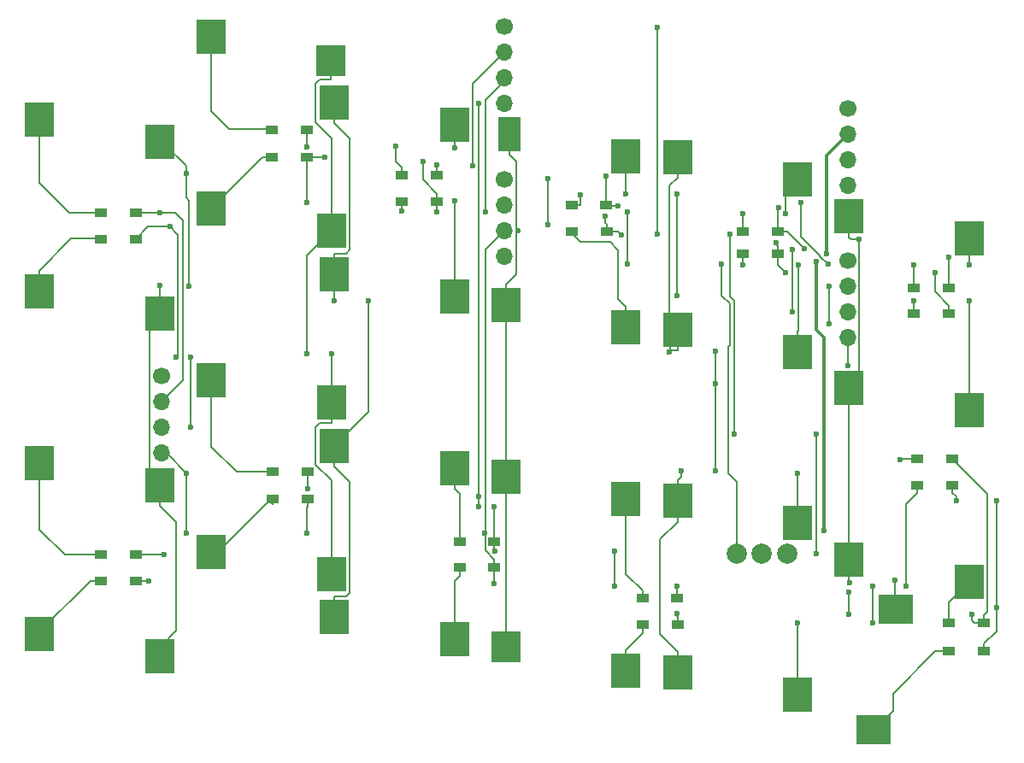
<source format=gbr>
G04 #@! TF.GenerationSoftware,KiCad,Pcbnew,9.0.0*
G04 #@! TF.CreationDate,2025-03-30T21:57:13+09:00*
G04 #@! TF.ProjectId,nofy,6e6f6679-2e6b-4696-9361-645f70636258,rev?*
G04 #@! TF.SameCoordinates,Original*
G04 #@! TF.FileFunction,Copper,L2,Bot*
G04 #@! TF.FilePolarity,Positive*
%FSLAX46Y46*%
G04 Gerber Fmt 4.6, Leading zero omitted, Abs format (unit mm)*
G04 Created by KiCad (PCBNEW 9.0.0) date 2025-03-30 21:57:13*
%MOMM*%
%LPD*%
G01*
G04 APERTURE LIST*
G04 #@! TA.AperFunction,SMDPad,CuDef*
%ADD10R,3.500000X3.000000*%
G04 #@! TD*
G04 #@! TA.AperFunction,SMDPad,CuDef*
%ADD11R,1.200000X0.950000*%
G04 #@! TD*
G04 #@! TA.AperFunction,SMDPad,CuDef*
%ADD12R,3.000000X3.500000*%
G04 #@! TD*
G04 #@! TA.AperFunction,ComponentPad*
%ADD13C,1.700000*%
G04 #@! TD*
G04 #@! TA.AperFunction,ComponentPad*
%ADD14O,1.700000X1.700000*%
G04 #@! TD*
G04 #@! TA.AperFunction,SMDPad,CuDef*
%ADD15R,3.000000X3.150000*%
G04 #@! TD*
G04 #@! TA.AperFunction,SMDPad,CuDef*
%ADD16R,2.300000X3.500000*%
G04 #@! TD*
G04 #@! TA.AperFunction,SMDPad,CuDef*
%ADD17R,2.950000X3.150000*%
G04 #@! TD*
G04 #@! TA.AperFunction,ComponentPad*
%ADD18C,2.000000*%
G04 #@! TD*
G04 #@! TA.AperFunction,ViaPad*
%ADD19C,0.600000*%
G04 #@! TD*
G04 #@! TA.AperFunction,Conductor*
%ADD20C,0.200000*%
G04 #@! TD*
G04 #@! TA.AperFunction,Conductor*
%ADD21C,0.350000*%
G04 #@! TD*
G04 APERTURE END LIST*
D10*
X106100000Y-80950000D03*
X103900000Y-92850000D03*
D11*
X94399975Y-43500000D03*
X90949975Y-43500000D03*
X47749975Y-36100000D03*
X44299975Y-36100000D03*
X94396875Y-45700000D03*
X90946875Y-45700000D03*
X66299975Y-76800000D03*
X62849975Y-76800000D03*
X30773475Y-78125000D03*
X27323475Y-78125000D03*
D12*
X33150000Y-68600000D03*
X21250000Y-66400000D03*
X33150000Y-85600000D03*
X21250000Y-83400000D03*
X101450000Y-76000000D03*
X113350000Y-78200000D03*
X101450000Y-59000000D03*
X113350000Y-61200000D03*
D11*
X111673475Y-66000000D03*
X108223475Y-66000000D03*
X30773475Y-75525000D03*
X27323475Y-75525000D03*
D13*
X67300000Y-23160000D03*
D14*
X67300000Y-25700000D03*
X67300000Y-28240000D03*
X67300000Y-30780000D03*
D12*
X50450000Y-64700000D03*
X62350000Y-66900000D03*
D11*
X114799975Y-85100000D03*
X111349975Y-85100000D03*
D12*
X50150000Y-77400000D03*
X38250000Y-75200000D03*
D13*
X101300000Y-46360000D03*
D14*
X101300000Y-48900000D03*
X101300000Y-51440000D03*
X101300000Y-53980000D03*
D11*
X47773475Y-67300000D03*
X44323475Y-67300000D03*
D12*
X67450000Y-67800000D03*
X79350000Y-70000000D03*
D11*
X111326575Y-51600000D03*
X107876575Y-51600000D03*
X30773475Y-44225000D03*
X27323475Y-44225000D03*
X60599975Y-40500000D03*
X57149975Y-40500000D03*
D12*
X84450000Y-87200000D03*
X96350000Y-89400000D03*
X84450000Y-36100000D03*
X96350000Y-38300000D03*
D11*
X66299975Y-74200000D03*
X62849975Y-74200000D03*
D12*
X84450000Y-53200000D03*
X96350000Y-55400000D03*
D11*
X84446575Y-82410000D03*
X80996575Y-82410000D03*
X84419975Y-79810000D03*
X80969975Y-79810000D03*
D12*
X84450000Y-70200000D03*
X96350000Y-72400000D03*
X50450000Y-47700000D03*
X62350000Y-49900000D03*
X101450000Y-42000000D03*
X113350000Y-44200000D03*
D11*
X30773475Y-41625000D03*
X27323475Y-41625000D03*
D12*
X50450000Y-81700000D03*
X62350000Y-83900000D03*
D11*
X77426575Y-43500000D03*
X73976575Y-43500000D03*
X47773475Y-70000000D03*
X44323475Y-70000000D03*
X47749975Y-33400000D03*
X44299975Y-33400000D03*
X114773475Y-82300000D03*
X111323475Y-82300000D03*
D12*
X50150000Y-60400000D03*
X38250000Y-58200000D03*
D15*
X67450000Y-84625000D03*
D12*
X79350000Y-87000000D03*
D11*
X111673475Y-68600000D03*
X108223475Y-68600000D03*
X77399975Y-40900000D03*
X73949975Y-40900000D03*
D12*
X67450000Y-50800000D03*
X79350000Y-53000000D03*
D11*
X60599975Y-37900000D03*
X57149975Y-37900000D03*
X111299975Y-49100000D03*
X107849975Y-49100000D03*
D16*
X67800000Y-33800000D03*
D12*
X79350000Y-36000000D03*
X33150000Y-34600000D03*
X21250000Y-32400000D03*
D13*
X33315000Y-57805000D03*
D14*
X33315000Y-60345000D03*
X33315000Y-62885000D03*
X33315000Y-65425000D03*
D12*
X50450000Y-30700000D03*
X62350000Y-32900000D03*
D17*
X50125000Y-26575000D03*
D12*
X38250000Y-24200000D03*
D13*
X101315000Y-31305000D03*
D14*
X101315000Y-33845000D03*
X101315000Y-36385000D03*
X101315000Y-38925000D03*
D12*
X33150000Y-51600000D03*
X21250000Y-49400000D03*
X50150000Y-43400000D03*
X38250000Y-41200000D03*
D13*
X67300000Y-38305000D03*
D14*
X67300000Y-40845000D03*
X67300000Y-43385000D03*
X67300000Y-45925000D03*
D18*
X90300000Y-75400000D03*
X95300000Y-75400000D03*
X92800000Y-75400000D03*
D19*
X90950000Y-41747700D03*
X95121200Y-41747700D03*
X90946900Y-46767000D03*
X96400900Y-46767000D03*
X96350000Y-67472800D03*
X106450000Y-66100000D03*
X84378500Y-39787700D03*
X84378500Y-49860300D03*
X36083900Y-48900000D03*
X96679700Y-40573300D03*
X33150000Y-48850000D03*
X99342900Y-46739700D03*
X35750000Y-37750000D03*
X99486700Y-52662300D03*
X99486700Y-48900000D03*
X50150000Y-55624400D03*
X47718400Y-55624400D03*
X62350000Y-35158800D03*
X56559200Y-35053300D03*
X57161100Y-41478100D03*
X62350000Y-40427600D03*
X50450000Y-50315600D03*
X53808800Y-50315600D03*
X74851700Y-39878900D03*
X79350000Y-39724300D03*
X95788300Y-45241000D03*
X95788300Y-51440000D03*
X68654600Y-43390200D03*
X59214100Y-36584300D03*
X36229700Y-55905900D03*
X77310100Y-41996700D03*
X95181200Y-47536600D03*
X60600000Y-41573800D03*
X109931900Y-47536600D03*
X34168900Y-43022500D03*
X49550000Y-36100000D03*
X34798200Y-55905900D03*
X36229700Y-62885000D03*
X34168900Y-43022500D03*
X47750000Y-40640700D03*
X65397200Y-41573800D03*
X94225100Y-44558000D03*
X78893300Y-43806600D03*
X84424400Y-81368600D03*
X116031800Y-80779500D03*
X116031800Y-70146200D03*
X66300000Y-78395700D03*
X112067400Y-70146200D03*
X65317500Y-73397000D03*
X47718400Y-73397000D03*
X32050000Y-78150000D03*
X78226600Y-78587600D03*
X33600000Y-75500000D03*
X35829600Y-67472800D03*
X78226600Y-75178900D03*
X47773500Y-69006700D03*
X84411100Y-78587600D03*
X64781200Y-69693400D03*
X101407000Y-81431400D03*
X64781200Y-70733000D03*
X64781200Y-30780000D03*
X66366100Y-75178900D03*
X66300000Y-70733000D03*
X113612000Y-81431400D03*
X35829600Y-73400000D03*
X101407000Y-79259800D03*
X94446200Y-41145900D03*
X60570300Y-36897900D03*
X96985900Y-45184200D03*
X64151700Y-36950000D03*
X77323300Y-38009600D03*
X33150000Y-41650000D03*
X111300000Y-46011000D03*
X47750000Y-35114300D03*
X78518400Y-40966600D03*
X98155000Y-46423500D03*
X99170900Y-45716900D03*
X98927800Y-73083000D03*
X103791600Y-82283300D03*
X96350000Y-82283300D03*
X107090500Y-78645100D03*
X103791600Y-78645100D03*
X107850000Y-46754100D03*
X113350000Y-46754100D03*
X113350000Y-50350000D03*
X107876600Y-50350000D03*
X79509900Y-41568300D03*
X79509900Y-46738100D03*
X88775400Y-46738100D03*
X82453200Y-43760000D03*
X82453200Y-23271100D03*
X98216300Y-63564800D03*
X89649600Y-43760000D03*
X98216300Y-75400000D03*
X90067600Y-63564800D03*
X71580000Y-42788500D03*
X105942000Y-78015300D03*
X71580000Y-38273700D03*
X102461800Y-44258600D03*
X101519200Y-78255700D03*
X101300000Y-56743200D03*
X88191600Y-58586500D03*
X84822300Y-67220900D03*
X88191600Y-67220900D03*
X88191600Y-55357300D03*
X83608700Y-55455100D03*
D20*
X95121200Y-39528800D02*
X95121200Y-41747700D01*
X90950000Y-43500000D02*
X90950000Y-41747700D01*
X96350000Y-38300000D02*
X95121200Y-39528800D01*
X96400900Y-53297400D02*
X96400900Y-46767000D01*
X96350000Y-55400000D02*
X96350000Y-53348300D01*
X90946900Y-45700000D02*
X90946900Y-46767000D01*
X96350000Y-53348300D02*
X96400900Y-53297400D01*
X108223500Y-66000000D02*
X106550000Y-66000000D01*
X96350000Y-72400000D02*
X96350000Y-67472800D01*
X106550000Y-66000000D02*
X106450000Y-66100000D01*
X84378500Y-39787700D02*
X84378500Y-49860300D01*
X21250000Y-32400000D02*
X21250000Y-38650000D01*
X21250000Y-38650000D02*
X24225000Y-41625000D01*
X24225000Y-41625000D02*
X27323500Y-41625000D01*
X32157800Y-52592200D02*
X32157800Y-67607800D01*
X33150000Y-70651700D02*
X33150000Y-68600000D01*
X96679700Y-43967500D02*
X98569200Y-45857000D01*
X36083900Y-40413600D02*
X35750000Y-40079700D01*
X96679700Y-40573300D02*
X96679700Y-43967500D01*
X34815100Y-83034900D02*
X34815100Y-72316800D01*
X35750000Y-37000000D02*
X33350000Y-34600000D01*
X33150000Y-51600000D02*
X32157800Y-52592200D01*
X98569200Y-45857000D02*
X98569200Y-45966000D01*
X35750000Y-37750000D02*
X35750000Y-37000000D01*
X98569200Y-45966000D02*
X99342900Y-46739700D01*
X34815100Y-72316800D02*
X33150000Y-70651700D01*
X33150000Y-85600000D02*
X33150000Y-84700000D01*
X33350000Y-34600000D02*
X33150000Y-34600000D01*
X36083900Y-48900000D02*
X36083900Y-40413600D01*
X32157800Y-67607800D02*
X33150000Y-68600000D01*
X33150000Y-48850000D02*
X33150000Y-51600000D01*
X35750000Y-40079700D02*
X35750000Y-37750000D01*
X33150000Y-84700000D02*
X34815100Y-83034900D01*
X24398300Y-44200000D02*
X21250000Y-47348300D01*
X27323500Y-44200000D02*
X24398300Y-44200000D01*
X21250000Y-47348300D02*
X21250000Y-49400000D01*
X27323500Y-44225000D02*
X27323500Y-44200000D01*
X21250000Y-66400000D02*
X21250000Y-73039000D01*
X23736000Y-75525000D02*
X27323500Y-75525000D01*
X21250000Y-73039000D02*
X23736000Y-75525000D01*
X27323500Y-78125000D02*
X27323500Y-78100000D01*
X21250000Y-83150000D02*
X21250000Y-83400000D01*
X27323500Y-78100000D02*
X26300000Y-78100000D01*
X26300000Y-78100000D02*
X21250000Y-83150000D01*
X44250000Y-33350000D02*
X40050000Y-33350000D01*
X44300000Y-33400000D02*
X44250000Y-33350000D01*
X40050000Y-33350000D02*
X38250000Y-31550000D01*
X38250000Y-31550000D02*
X38250000Y-24200000D01*
X43350000Y-36100000D02*
X44300000Y-36100000D01*
X38250000Y-41200000D02*
X43350000Y-36100000D01*
X47718400Y-45831600D02*
X47718400Y-55624400D01*
X50150000Y-60400000D02*
X50150000Y-55624400D01*
X50150000Y-43400000D02*
X47718400Y-45831600D01*
X48603200Y-66578900D02*
X50150000Y-68125700D01*
X50150000Y-34231600D02*
X48606500Y-32688100D01*
X50150000Y-60400000D02*
X50150000Y-62451700D01*
X99486700Y-52662300D02*
X99486700Y-48900000D01*
X50150000Y-62451700D02*
X48989900Y-62451700D01*
X48603200Y-62838400D02*
X48603200Y-66578900D01*
X48606500Y-28831300D02*
X48986100Y-28451700D01*
X50150000Y-68125700D02*
X50150000Y-77400000D01*
X50150000Y-43400000D02*
X50150000Y-34231600D01*
X48606500Y-32688100D02*
X48606500Y-28831300D01*
X50125000Y-26575000D02*
X50125000Y-28451700D01*
X48989900Y-62451700D02*
X48603200Y-62838400D01*
X48986100Y-28451700D02*
X50125000Y-28451700D01*
X38250000Y-58200000D02*
X38250000Y-64800000D01*
X38250000Y-64800000D02*
X40750000Y-67300000D01*
X40750000Y-67300000D02*
X44323500Y-67300000D01*
X44000000Y-70150000D02*
X44323500Y-70473500D01*
X38250000Y-75200000D02*
X38950000Y-75200000D01*
X38950000Y-75200000D02*
X44000000Y-70150000D01*
X44323500Y-70473500D02*
X44323500Y-70000000D01*
X57150000Y-37900000D02*
X57150000Y-37123300D01*
X56559200Y-36532500D02*
X56559200Y-35053300D01*
X62350000Y-32900000D02*
X62350000Y-35158800D01*
X57150000Y-37123300D02*
X56559200Y-36532500D01*
X57150000Y-41276700D02*
X57161100Y-41287800D01*
X57161100Y-41287800D02*
X57161100Y-41478100D01*
X57150000Y-40500000D02*
X57150000Y-41276700D01*
X62350000Y-49900000D02*
X62350000Y-40427600D01*
X50450000Y-81700000D02*
X50450000Y-79648300D01*
X51987800Y-68289500D02*
X50450000Y-66751700D01*
X50450000Y-79648300D02*
X51603400Y-79648300D01*
X51603400Y-79648300D02*
X51987800Y-79263900D01*
X51962700Y-34264400D02*
X51962700Y-45270200D01*
X51584600Y-45648300D02*
X50450000Y-45648300D01*
X53808700Y-61341300D02*
X53808700Y-50315600D01*
X50450000Y-47700000D02*
X50450000Y-45648300D01*
X50450000Y-47700000D02*
X50450000Y-50315600D01*
X50450000Y-30700000D02*
X50450000Y-32751700D01*
X50450000Y-64700000D02*
X53808700Y-61341300D01*
X53808700Y-50315600D02*
X53808800Y-50315600D01*
X50450000Y-32751700D02*
X51962700Y-34264400D01*
X51987800Y-79263900D02*
X51987800Y-68289500D01*
X51962700Y-45270200D02*
X51584600Y-45648300D01*
X50450000Y-64700000D02*
X50450000Y-66751700D01*
X62350000Y-66900000D02*
X62350000Y-68951700D01*
X62850000Y-74200000D02*
X62850000Y-69451700D01*
X62850000Y-69451700D02*
X62350000Y-68951700D01*
X62350000Y-78076700D02*
X62350000Y-83900000D01*
X62850000Y-77576700D02*
X62350000Y-78076700D01*
X62850000Y-76800000D02*
X62850000Y-77576700D01*
X73950000Y-40900000D02*
X74851700Y-40900000D01*
X79350000Y-36000000D02*
X79350000Y-39724300D01*
X74851700Y-40900000D02*
X74851700Y-39878900D01*
X68479100Y-43390200D02*
X68654600Y-43390200D01*
X67450000Y-50800000D02*
X67450000Y-67800000D01*
X67450000Y-84625000D02*
X67450000Y-67800000D01*
X67450000Y-49774100D02*
X67450000Y-48748300D01*
X68479100Y-36530800D02*
X68479100Y-43390200D01*
X67800000Y-35851700D02*
X68479100Y-36530800D01*
X67450000Y-49774100D02*
X67450000Y-50800000D01*
X67800000Y-33800000D02*
X67800000Y-35851700D01*
X95788300Y-45241000D02*
X95788300Y-51440000D01*
X68479100Y-47719200D02*
X67450000Y-48748300D01*
X68479100Y-43390200D02*
X68479100Y-47719200D01*
X73976600Y-43500000D02*
X73976600Y-43626600D01*
X77751100Y-44500000D02*
X78563400Y-45312300D01*
X74850000Y-44500000D02*
X77751100Y-44500000D01*
X73976600Y-43626600D02*
X74850000Y-44500000D01*
X78563400Y-45312300D02*
X78563400Y-50161700D01*
X79350000Y-50948300D02*
X79350000Y-53000000D01*
X78563400Y-50161700D02*
X79350000Y-50948300D01*
X80970000Y-79033300D02*
X79350100Y-77413400D01*
X79350100Y-77413400D02*
X79350100Y-72051700D01*
X79350000Y-70000000D02*
X79350000Y-72051700D01*
X79350100Y-72051700D02*
X79350000Y-72051700D01*
X80970000Y-79810000D02*
X80970000Y-79033300D01*
X111326600Y-50823300D02*
X109931900Y-49428600D01*
X47750000Y-36100000D02*
X47750000Y-40640700D01*
X34966500Y-43820100D02*
X34966500Y-55737600D01*
X77426600Y-43500000D02*
X78328300Y-43500000D01*
X77310100Y-42606800D02*
X77310100Y-41996700D01*
X30775000Y-44225000D02*
X30773500Y-44225000D01*
X94396900Y-45700000D02*
X94396900Y-46752300D01*
X60600000Y-40500000D02*
X60600000Y-39723300D01*
X78328300Y-43500000D02*
X78586700Y-43500000D01*
X31977500Y-43022500D02*
X30775000Y-44225000D01*
X78586700Y-43500000D02*
X78893300Y-43806600D01*
X94396900Y-44923300D02*
X94225100Y-44751500D01*
X111326600Y-51600000D02*
X111326600Y-50823300D01*
X59214100Y-38337400D02*
X59214100Y-36584300D01*
X77426600Y-43500000D02*
X77426600Y-42723300D01*
X36229700Y-62885000D02*
X36229700Y-55905900D01*
X67300000Y-28550000D02*
X65397200Y-30452800D01*
X60600000Y-40500000D02*
X60600000Y-41573800D01*
X109931900Y-49428600D02*
X109931900Y-47536600D01*
X34168900Y-43022500D02*
X34966500Y-43820100D01*
X94396900Y-46752300D02*
X95181200Y-47536600D01*
X94396900Y-45700000D02*
X94396900Y-44923300D01*
X49550000Y-36100000D02*
X47750000Y-36100000D01*
X67300000Y-28240000D02*
X67300000Y-28550000D01*
X34966500Y-55737600D02*
X34798200Y-55905900D01*
X77426600Y-42723300D02*
X77310100Y-42606800D01*
X60600000Y-39723300D02*
X59214100Y-38337400D01*
X65397200Y-30452800D02*
X65397200Y-41573800D01*
X94225100Y-44751500D02*
X94225100Y-44558000D01*
X34168900Y-43022500D02*
X31977500Y-43022500D01*
X65384900Y-73397000D02*
X65317500Y-73397000D01*
X112067400Y-69770600D02*
X112067400Y-70146200D01*
X116031800Y-80779500D02*
X116031800Y-70146200D01*
X66300000Y-76800000D02*
X66300000Y-76023300D01*
X32050000Y-78150000D02*
X32025000Y-78125000D01*
X111673500Y-69376700D02*
X112067400Y-69770600D01*
X84424400Y-81611100D02*
X84424400Y-81368600D01*
X65384900Y-75108200D02*
X66300000Y-76023300D01*
X111673500Y-68600000D02*
X111673500Y-69376700D01*
X32025000Y-78125000D02*
X30773500Y-78125000D01*
X65384900Y-45300100D02*
X65384900Y-73397000D01*
X84446600Y-81633300D02*
X84424400Y-81611100D01*
X65384900Y-73397000D02*
X65384900Y-75108200D01*
X114800000Y-84323300D02*
X116031800Y-83091500D01*
X47773500Y-70776700D02*
X47718400Y-70831800D01*
X114800000Y-85100000D02*
X114800000Y-84323300D01*
X84446600Y-82410000D02*
X84446600Y-81633300D01*
X116031800Y-83091500D02*
X116031800Y-80779500D01*
X66300000Y-76800000D02*
X66300000Y-78395700D01*
X67300000Y-43385000D02*
X65384900Y-45300100D01*
X47718400Y-70831800D02*
X47718400Y-73397000D01*
X47773500Y-70000000D02*
X47773500Y-70776700D01*
X33315000Y-65425000D02*
X33825000Y-65425000D01*
X35829600Y-67472800D02*
X35829600Y-73400000D01*
X30773500Y-75525000D02*
X33575000Y-75525000D01*
X113612000Y-82040200D02*
X113612000Y-81431400D01*
X113871800Y-82300000D02*
X113612000Y-82040200D01*
X66366100Y-75178900D02*
X66300000Y-75112800D01*
X35829600Y-67429600D02*
X35829600Y-67472800D01*
X66300000Y-75112800D02*
X66300000Y-74200000D01*
X114773500Y-82300000D02*
X113871800Y-82300000D01*
X47773500Y-67300000D02*
X47773500Y-69006700D01*
X84420000Y-79033300D02*
X84411100Y-79024400D01*
X66300000Y-74200000D02*
X66300000Y-70733000D01*
X111673475Y-66000000D02*
X115151700Y-69478225D01*
X101407000Y-79259800D02*
X101407000Y-81431400D01*
X84420000Y-79810000D02*
X84420000Y-79033300D01*
X78226600Y-75178900D02*
X78226600Y-78587600D01*
X33575000Y-75525000D02*
X33600000Y-75500000D01*
X64781200Y-70733000D02*
X64781200Y-69693400D01*
X84411100Y-79024400D02*
X84411100Y-78587600D01*
X111673500Y-66000000D02*
X111673475Y-66000000D01*
X115151700Y-81145100D02*
X114773500Y-81523300D01*
X64781200Y-30780000D02*
X64781200Y-69693400D01*
X33825000Y-65425000D02*
X35829600Y-67429600D01*
X115151700Y-69478225D02*
X115151700Y-81145100D01*
X114773500Y-81523300D02*
X114773500Y-82300000D01*
X94400000Y-41192100D02*
X94446200Y-41145900D01*
X77323300Y-40046600D02*
X77323300Y-38009600D01*
X77400000Y-40900000D02*
X77400000Y-40589400D01*
X64151700Y-36950000D02*
X64151700Y-28848300D01*
X35423200Y-58236800D02*
X33315000Y-60345000D01*
X64151700Y-28848300D02*
X67300000Y-25700000D01*
X77400000Y-40589400D02*
X77400000Y-40123300D01*
X111300000Y-49100000D02*
X111300000Y-46011000D01*
X95301700Y-43500000D02*
X96985900Y-45184200D01*
X34675900Y-41650000D02*
X35423200Y-42397300D01*
X77400000Y-40123300D02*
X77323300Y-40046600D01*
X33150000Y-41650000D02*
X34675900Y-41650000D01*
X94400000Y-43500000D02*
X95301700Y-43500000D01*
X47750000Y-33400000D02*
X47750000Y-35114300D01*
X30950000Y-41650000D02*
X30925000Y-41625000D01*
X35423200Y-42397300D02*
X35423200Y-58236800D01*
X30925000Y-41625000D02*
X30773500Y-41625000D01*
X60570300Y-36897900D02*
X60600000Y-36927600D01*
X94400000Y-43500000D02*
X94400000Y-41192100D01*
X77777200Y-40966600D02*
X78518400Y-40966600D01*
X60600000Y-36927600D02*
X60600000Y-37900000D01*
X33150000Y-41650000D02*
X30950000Y-41650000D01*
X77400000Y-40589400D02*
X77777200Y-40966600D01*
D21*
X98155000Y-46423500D02*
X98155000Y-53248400D01*
X99170900Y-45716900D02*
X99170900Y-35979100D01*
X99170900Y-35979100D02*
X101305000Y-33845000D01*
X98155000Y-53248400D02*
X98927800Y-54021200D01*
X101305000Y-33845000D02*
X101315000Y-33845000D01*
X98927800Y-54021200D02*
X98927800Y-73083000D01*
D20*
X80996600Y-83301700D02*
X80996600Y-82410000D01*
X79350000Y-84948300D02*
X80996600Y-83301700D01*
X79350000Y-87000000D02*
X79350000Y-84948300D01*
X108223500Y-68600000D02*
X108223500Y-69376700D01*
X108223500Y-69376700D02*
X107090500Y-70509700D01*
X96350000Y-89400000D02*
X96350000Y-82283300D01*
X107090500Y-70509700D02*
X107090500Y-78645100D01*
X103791600Y-82283300D02*
X103791600Y-78645100D01*
X107850000Y-49100000D02*
X107850000Y-46754100D01*
X113350000Y-44200000D02*
X113350000Y-46754100D01*
X107876600Y-51600000D02*
X107876600Y-50350000D01*
X113350000Y-61200000D02*
X113350000Y-50350000D01*
X111323500Y-80226500D02*
X113350000Y-78200000D01*
X111323500Y-82300000D02*
X111323500Y-80226500D01*
X111298200Y-85100000D02*
X110000000Y-85100000D01*
X105801100Y-90948900D02*
X103900000Y-92850000D01*
X110000000Y-85100000D02*
X105801100Y-89298900D01*
X105801100Y-89298900D02*
X105801100Y-90948900D01*
X88775400Y-49800500D02*
X88775400Y-46738100D01*
X79509900Y-46738100D02*
X79509900Y-41568300D01*
X89456500Y-67480300D02*
X89456500Y-54906800D01*
X89616000Y-50641100D02*
X88775400Y-49800500D01*
X90300000Y-68323800D02*
X89456500Y-67480300D01*
X89616000Y-54747300D02*
X89616000Y-50641100D01*
X90300000Y-75400000D02*
X90300000Y-68323800D01*
X89456500Y-54906800D02*
X89616000Y-54747300D01*
X90067600Y-63564800D02*
X90067600Y-50324500D01*
X89649600Y-49906500D02*
X89649600Y-43760000D01*
X90067600Y-50324500D02*
X89649600Y-49906500D01*
X98216300Y-75400000D02*
X98216300Y-63564800D01*
X82453200Y-23271100D02*
X82453200Y-43760000D01*
X71580000Y-42788500D02*
X71580000Y-38273700D01*
X101450000Y-44051700D02*
X101656900Y-44258600D01*
X101450000Y-42000000D02*
X101450000Y-44051700D01*
X101519200Y-78120900D02*
X101519200Y-78255700D01*
X101656900Y-44258600D02*
X102461800Y-44258600D01*
X101450000Y-59000000D02*
X102461800Y-57988200D01*
X105942000Y-80792000D02*
X105942000Y-78015300D01*
X101450000Y-59000000D02*
X101450000Y-76000000D01*
X101450000Y-76000000D02*
X101450000Y-78051700D01*
X106100000Y-80950000D02*
X105942000Y-80792000D01*
X102461800Y-57988200D02*
X102461800Y-44258600D01*
X101450000Y-78051700D02*
X101519200Y-78120900D01*
X88191600Y-58586500D02*
X88191600Y-67220900D01*
X83654900Y-51943400D02*
X83654900Y-38946800D01*
X83710400Y-55353400D02*
X83710400Y-55251700D01*
X84450000Y-69174100D02*
X84450000Y-68148300D01*
X83654900Y-38946800D02*
X84450000Y-38151700D01*
X84450000Y-87200000D02*
X84450000Y-85148300D01*
X84450000Y-69174100D02*
X84450000Y-70200000D01*
X84822300Y-67776000D02*
X84822300Y-67220900D01*
X82707200Y-73994500D02*
X82707200Y-83405500D01*
X83710400Y-51998900D02*
X83654900Y-51943400D01*
X83608700Y-55455100D02*
X83710400Y-55353400D01*
X88191600Y-55357300D02*
X88191600Y-58586500D01*
X84450000Y-53200000D02*
X84450000Y-55251700D01*
X83710400Y-55251700D02*
X83710400Y-51998900D01*
X83710400Y-55251700D02*
X84450000Y-55251700D01*
X84450000Y-68148300D02*
X84822300Y-67776000D01*
X84450000Y-70200000D02*
X84450000Y-72251700D01*
X82707200Y-83405500D02*
X84450000Y-85148300D01*
X101300000Y-53980000D02*
X101300000Y-56743200D01*
X84450000Y-36100000D02*
X84450000Y-38151700D01*
X84450000Y-72251700D02*
X82707200Y-73994500D01*
M02*

</source>
